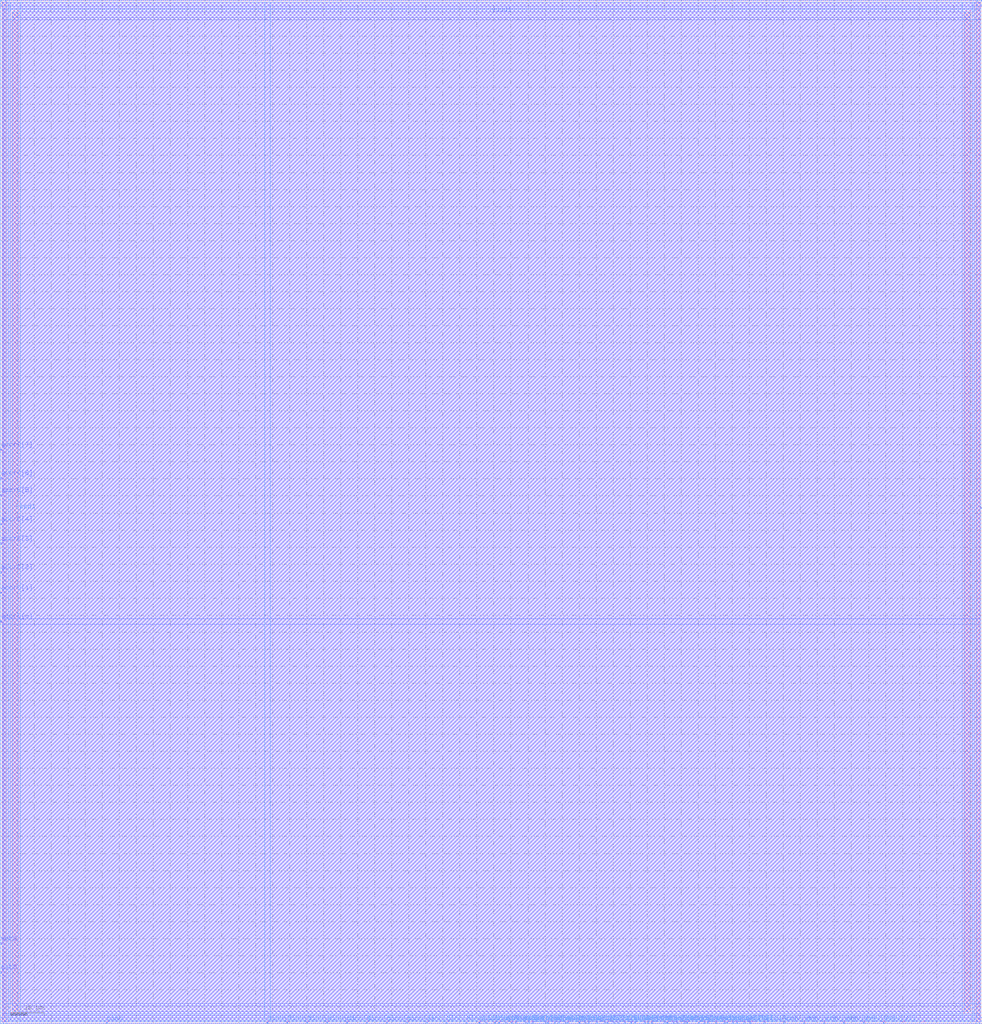
<source format=lef>
VERSION 5.4 ;
NAMESCASESENSITIVE ON ;
BUSBITCHARS "[]" ;
DIVIDERCHAR "/" ;
UNITS
  DATABASE MICRONS 1000 ;
END UNITS
MACRO sky130_sram_0kbytes_1rw_32x128_32
   CLASS BLOCK ;
   SIZE 288.4 BY 300.62 ;
   SYMMETRY X Y R90 ;
   PIN din0[0]
      DIRECTION INPUT ;
      PORT
         LAYER met4 ;
         RECT  78.26 0.0 78.64 0.38 ;
      END
   END din0[0]
   PIN din0[1]
      DIRECTION INPUT ;
      PORT
         LAYER met4 ;
         RECT  84.1 0.0 84.48 0.38 ;
      END
   END din0[1]
   PIN din0[2]
      DIRECTION INPUT ;
      PORT
         LAYER met4 ;
         RECT  89.94 0.0 90.32 0.38 ;
      END
   END din0[2]
   PIN din0[3]
      DIRECTION INPUT ;
      PORT
         LAYER met4 ;
         RECT  95.78 0.0 96.16 0.38 ;
      END
   END din0[3]
   PIN din0[4]
      DIRECTION INPUT ;
      PORT
         LAYER met4 ;
         RECT  101.62 0.0 102.0 0.38 ;
      END
   END din0[4]
   PIN din0[5]
      DIRECTION INPUT ;
      PORT
         LAYER met4 ;
         RECT  107.46 0.0 107.84 0.38 ;
      END
   END din0[5]
   PIN din0[6]
      DIRECTION INPUT ;
      PORT
         LAYER met4 ;
         RECT  113.3 0.0 113.68 0.38 ;
      END
   END din0[6]
   PIN din0[7]
      DIRECTION INPUT ;
      PORT
         LAYER met4 ;
         RECT  119.14 0.0 119.52 0.38 ;
      END
   END din0[7]
   PIN din0[8]
      DIRECTION INPUT ;
      PORT
         LAYER met4 ;
         RECT  124.98 0.0 125.36 0.38 ;
      END
   END din0[8]
   PIN din0[9]
      DIRECTION INPUT ;
      PORT
         LAYER met4 ;
         RECT  130.82 0.0 131.2 0.38 ;
      END
   END din0[9]
   PIN din0[10]
      DIRECTION INPUT ;
      PORT
         LAYER met4 ;
         RECT  136.66 0.0 137.04 0.38 ;
      END
   END din0[10]
   PIN din0[11]
      DIRECTION INPUT ;
      PORT
         LAYER met4 ;
         RECT  142.5 0.0 142.88 0.38 ;
      END
   END din0[11]
   PIN din0[12]
      DIRECTION INPUT ;
      PORT
         LAYER met4 ;
         RECT  148.34 0.0 148.72 0.38 ;
      END
   END din0[12]
   PIN din0[13]
      DIRECTION INPUT ;
      PORT
         LAYER met4 ;
         RECT  154.18 0.0 154.56 0.38 ;
      END
   END din0[13]
   PIN din0[14]
      DIRECTION INPUT ;
      PORT
         LAYER met4 ;
         RECT  160.02 0.0 160.4 0.38 ;
      END
   END din0[14]
   PIN din0[15]
      DIRECTION INPUT ;
      PORT
         LAYER met4 ;
         RECT  165.86 0.0 166.24 0.38 ;
      END
   END din0[15]
   PIN din0[16]
      DIRECTION INPUT ;
      PORT
         LAYER met4 ;
         RECT  171.7 0.0 172.08 0.38 ;
      END
   END din0[16]
   PIN din0[17]
      DIRECTION INPUT ;
      PORT
         LAYER met4 ;
         RECT  177.54 0.0 177.92 0.38 ;
      END
   END din0[17]
   PIN din0[18]
      DIRECTION INPUT ;
      PORT
         LAYER met4 ;
         RECT  183.38 0.0 183.76 0.38 ;
      END
   END din0[18]
   PIN din0[19]
      DIRECTION INPUT ;
      PORT
         LAYER met4 ;
         RECT  189.22 0.0 189.6 0.38 ;
      END
   END din0[19]
   PIN din0[20]
      DIRECTION INPUT ;
      PORT
         LAYER met4 ;
         RECT  195.06 0.0 195.44 0.38 ;
      END
   END din0[20]
   PIN din0[21]
      DIRECTION INPUT ;
      PORT
         LAYER met4 ;
         RECT  200.9 0.0 201.28 0.38 ;
      END
   END din0[21]
   PIN din0[22]
      DIRECTION INPUT ;
      PORT
         LAYER met4 ;
         RECT  206.74 0.0 207.12 0.38 ;
      END
   END din0[22]
   PIN din0[23]
      DIRECTION INPUT ;
      PORT
         LAYER met4 ;
         RECT  212.58 0.0 212.96 0.38 ;
      END
   END din0[23]
   PIN din0[24]
      DIRECTION INPUT ;
      PORT
         LAYER met4 ;
         RECT  218.42 0.0 218.8 0.38 ;
      END
   END din0[24]
   PIN din0[25]
      DIRECTION INPUT ;
      PORT
         LAYER met4 ;
         RECT  224.26 0.0 224.64 0.38 ;
      END
   END din0[25]
   PIN din0[26]
      DIRECTION INPUT ;
      PORT
         LAYER met4 ;
         RECT  230.1 0.0 230.48 0.38 ;
      END
   END din0[26]
   PIN din0[27]
      DIRECTION INPUT ;
      PORT
         LAYER met4 ;
         RECT  235.94 0.0 236.32 0.38 ;
      END
   END din0[27]
   PIN din0[28]
      DIRECTION INPUT ;
      PORT
         LAYER met4 ;
         RECT  241.78 0.0 242.16 0.38 ;
      END
   END din0[28]
   PIN din0[29]
      DIRECTION INPUT ;
      PORT
         LAYER met4 ;
         RECT  247.62 0.0 248.0 0.38 ;
      END
   END din0[29]
   PIN din0[30]
      DIRECTION INPUT ;
      PORT
         LAYER met4 ;
         RECT  253.46 0.0 253.84 0.38 ;
      END
   END din0[30]
   PIN din0[31]
      DIRECTION INPUT ;
      PORT
         LAYER met4 ;
         RECT  259.3 0.0 259.68 0.38 ;
      END
   END din0[31]
   PIN addr0[0]
      DIRECTION INPUT ;
      PORT
         LAYER met3 ;
         RECT  0.0 117.985 0.38 118.365 ;
      END
   END addr0[0]
   PIN addr0[1]
      DIRECTION INPUT ;
      PORT
         LAYER met3 ;
         RECT  0.0 126.385 0.38 126.765 ;
      END
   END addr0[1]
   PIN addr0[2]
      DIRECTION INPUT ;
      PORT
         LAYER met3 ;
         RECT  0.0 132.35 0.38 132.73 ;
      END
   END addr0[2]
   PIN addr0[3]
      DIRECTION INPUT ;
      PORT
         LAYER met3 ;
         RECT  0.0 140.85 0.38 141.23 ;
      END
   END addr0[3]
   PIN addr0[4]
      DIRECTION INPUT ;
      PORT
         LAYER met3 ;
         RECT  0.0 146.49 0.38 146.87 ;
      END
   END addr0[4]
   PIN addr0[5]
      DIRECTION INPUT ;
      PORT
         LAYER met3 ;
         RECT  0.0 154.99 0.38 155.37 ;
      END
   END addr0[5]
   PIN addr0[6]
      DIRECTION INPUT ;
      PORT
         LAYER met3 ;
         RECT  0.0 159.985 0.38 160.365 ;
      END
   END addr0[6]
   PIN addr0[7]
      DIRECTION INPUT ;
      PORT
         LAYER met3 ;
         RECT  0.0 168.385 0.38 168.765 ;
      END
   END addr0[7]
   PIN csb0
      DIRECTION INPUT ;
      PORT
         LAYER met3 ;
         RECT  0.0 14.87 0.38 15.25 ;
      END
   END csb0
   PIN web0
      DIRECTION INPUT ;
      PORT
         LAYER met3 ;
         RECT  0.0 23.37 0.38 23.75 ;
      END
   END web0
   PIN clk0
      DIRECTION INPUT ;
      PORT
         LAYER met4 ;
         RECT  31.1 0.0 31.48 0.38 ;
      END
   END clk0
   PIN dout0[0]
      DIRECTION OUTPUT ;
      PORT
         LAYER met4 ;
         RECT  140.565 0.0 140.945 0.38 ;
      END
   END dout0[0]
   PIN dout0[1]
      DIRECTION OUTPUT ;
      PORT
         LAYER met4 ;
         RECT  145.1 0.0 145.48 0.38 ;
      END
   END dout0[1]
   PIN dout0[2]
      DIRECTION OUTPUT ;
      PORT
         LAYER met4 ;
         RECT  146.25 0.0 146.63 0.38 ;
      END
   END dout0[2]
   PIN dout0[3]
      DIRECTION OUTPUT ;
      PORT
         LAYER met4 ;
         RECT  150.1 0.0 150.48 0.38 ;
      END
   END dout0[3]
   PIN dout0[4]
      DIRECTION OUTPUT ;
      PORT
         LAYER met4 ;
         RECT  151.25 0.0 151.63 0.38 ;
      END
   END dout0[4]
   PIN dout0[5]
      DIRECTION OUTPUT ;
      PORT
         LAYER met4 ;
         RECT  155.1 0.0 155.48 0.38 ;
      END
   END dout0[5]
   PIN dout0[6]
      DIRECTION OUTPUT ;
      PORT
         LAYER met4 ;
         RECT  156.25 0.0 156.63 0.38 ;
      END
   END dout0[6]
   PIN dout0[7]
      DIRECTION OUTPUT ;
      PORT
         LAYER met4 ;
         RECT  160.71 0.0 161.09 0.38 ;
      END
   END dout0[7]
   PIN dout0[8]
      DIRECTION OUTPUT ;
      PORT
         LAYER met4 ;
         RECT  162.63 0.0 163.01 0.38 ;
      END
   END dout0[8]
   PIN dout0[9]
      DIRECTION OUTPUT ;
      PORT
         LAYER met4 ;
         RECT  163.72 0.0 164.1 0.38 ;
      END
   END dout0[9]
   PIN dout0[10]
      DIRECTION OUTPUT ;
      PORT
         LAYER met4 ;
         RECT  166.55 0.0 166.93 0.38 ;
      END
   END dout0[10]
   PIN dout0[11]
      DIRECTION OUTPUT ;
      PORT
         LAYER met4 ;
         RECT  169.895 0.0 170.275 0.38 ;
      END
   END dout0[11]
   PIN dout0[12]
      DIRECTION OUTPUT ;
      PORT
         LAYER met4 ;
         RECT  172.63 0.0 173.01 0.38 ;
      END
   END dout0[12]
   PIN dout0[13]
      DIRECTION OUTPUT ;
      PORT
         LAYER met4 ;
         RECT  175.1 0.0 175.48 0.38 ;
      END
   END dout0[13]
   PIN dout0[14]
      DIRECTION OUTPUT ;
      PORT
         LAYER met4 ;
         RECT  178.23 0.0 178.61 0.38 ;
      END
   END dout0[14]
   PIN dout0[15]
      DIRECTION OUTPUT ;
      PORT
         LAYER met4 ;
         RECT  180.1 0.0 180.48 0.38 ;
      END
   END dout0[15]
   PIN dout0[16]
      DIRECTION OUTPUT ;
      PORT
         LAYER met4 ;
         RECT  181.25 0.0 181.63 0.38 ;
      END
   END dout0[16]
   PIN dout0[17]
      DIRECTION OUTPUT ;
      PORT
         LAYER met4 ;
         RECT  185.1 0.0 185.48 0.38 ;
      END
   END dout0[17]
   PIN dout0[18]
      DIRECTION OUTPUT ;
      PORT
         LAYER met4 ;
         RECT  186.25 0.0 186.63 0.38 ;
      END
   END dout0[18]
   PIN dout0[19]
      DIRECTION OUTPUT ;
      PORT
         LAYER met4 ;
         RECT  190.1 0.0 190.48 0.38 ;
      END
   END dout0[19]
   PIN dout0[20]
      DIRECTION OUTPUT ;
      PORT
         LAYER met4 ;
         RECT  191.25 0.0 191.63 0.38 ;
      END
   END dout0[20]
   PIN dout0[21]
      DIRECTION OUTPUT ;
      PORT
         LAYER met4 ;
         RECT  195.75 0.0 196.13 0.38 ;
      END
   END dout0[21]
   PIN dout0[22]
      DIRECTION OUTPUT ;
      PORT
         LAYER met4 ;
         RECT  197.63 0.0 198.01 0.38 ;
      END
   END dout0[22]
   PIN dout0[23]
      DIRECTION OUTPUT ;
      PORT
         LAYER met4 ;
         RECT  198.72 0.0 199.1 0.38 ;
      END
   END dout0[23]
   PIN dout0[24]
      DIRECTION OUTPUT ;
      PORT
         LAYER met4 ;
         RECT  201.59 0.0 201.97 0.38 ;
      END
   END dout0[24]
   PIN dout0[25]
      DIRECTION OUTPUT ;
      PORT
         LAYER met4 ;
         RECT  204.935 0.0 205.315 0.38 ;
      END
   END dout0[25]
   PIN dout0[26]
      DIRECTION OUTPUT ;
      PORT
         LAYER met4 ;
         RECT  207.63 0.0 208.01 0.38 ;
      END
   END dout0[26]
   PIN dout0[27]
      DIRECTION OUTPUT ;
      PORT
         LAYER met4 ;
         RECT  210.1 0.0 210.48 0.38 ;
      END
   END dout0[27]
   PIN dout0[28]
      DIRECTION OUTPUT ;
      PORT
         LAYER met4 ;
         RECT  213.27 0.0 213.65 0.38 ;
      END
   END dout0[28]
   PIN dout0[29]
      DIRECTION OUTPUT ;
      PORT
         LAYER met4 ;
         RECT  215.1 0.0 215.48 0.38 ;
      END
   END dout0[29]
   PIN dout0[30]
      DIRECTION OUTPUT ;
      PORT
         LAYER met4 ;
         RECT  216.25 0.0 216.63 0.38 ;
      END
   END dout0[30]
   PIN dout0[31]
      DIRECTION OUTPUT ;
      PORT
         LAYER met4 ;
         RECT  220.1 0.0 220.48 0.38 ;
      END
   END dout0[31]
   PIN vccd1
      DIRECTION INOUT ;
      USE POWER ; 
      SHAPE ABUTMENT ; 
      PORT
         LAYER met4 ;
         RECT  0.0 0.0 1.74 300.62 ;
         LAYER met3 ;
         RECT  0.0 0.0 288.4 1.74 ;
         LAYER met3 ;
         RECT  0.0 298.88 288.4 300.62 ;
         LAYER met4 ;
         RECT  286.66 0.0 288.4 300.62 ;
      END
   END vccd1
   PIN vssd1
      DIRECTION INOUT ;
      USE GROUND ; 
      SHAPE ABUTMENT ; 
      PORT
         LAYER met3 ;
         RECT  3.48 3.48 284.92 5.22 ;
         LAYER met4 ;
         RECT  283.18 3.48 284.92 297.14 ;
         LAYER met3 ;
         RECT  3.48 295.4 284.92 297.14 ;
         LAYER met4 ;
         RECT  3.48 3.48 5.22 297.14 ;
      END
   END vssd1
   OBS
   LAYER  met1 ;
      RECT  0.62 0.62 287.78 300.0 ;
   LAYER  met2 ;
      RECT  0.62 0.62 287.78 300.0 ;
   LAYER  met3 ;
      RECT  0.98 117.385 287.78 118.965 ;
      RECT  0.62 118.965 0.98 125.785 ;
      RECT  0.62 127.365 0.98 131.75 ;
      RECT  0.62 133.33 0.98 140.25 ;
      RECT  0.62 141.83 0.98 145.89 ;
      RECT  0.62 147.47 0.98 154.39 ;
      RECT  0.62 155.97 0.98 159.385 ;
      RECT  0.62 160.965 0.98 167.785 ;
      RECT  0.62 15.85 0.98 22.77 ;
      RECT  0.62 24.35 0.98 117.385 ;
      RECT  0.62 2.34 0.98 14.27 ;
      RECT  0.62 169.365 0.98 298.28 ;
      RECT  0.98 2.34 2.88 2.88 ;
      RECT  0.98 2.88 2.88 5.82 ;
      RECT  0.98 5.82 2.88 117.385 ;
      RECT  2.88 2.34 285.52 2.88 ;
      RECT  2.88 5.82 285.52 117.385 ;
      RECT  285.52 2.34 287.78 2.88 ;
      RECT  285.52 2.88 287.78 5.82 ;
      RECT  285.52 5.82 287.78 117.385 ;
      RECT  0.98 118.965 2.88 294.8 ;
      RECT  0.98 294.8 2.88 297.74 ;
      RECT  0.98 297.74 2.88 298.28 ;
      RECT  2.88 118.965 285.52 294.8 ;
      RECT  2.88 297.74 285.52 298.28 ;
      RECT  285.52 118.965 287.78 294.8 ;
      RECT  285.52 294.8 287.78 297.74 ;
      RECT  285.52 297.74 287.78 298.28 ;
   LAYER  met4 ;
      RECT  77.66 0.98 79.24 300.0 ;
      RECT  79.24 0.62 83.5 0.98 ;
      RECT  85.08 0.62 89.34 0.98 ;
      RECT  90.92 0.62 95.18 0.98 ;
      RECT  96.76 0.62 101.02 0.98 ;
      RECT  102.6 0.62 106.86 0.98 ;
      RECT  108.44 0.62 112.7 0.98 ;
      RECT  114.28 0.62 118.54 0.98 ;
      RECT  120.12 0.62 124.38 0.98 ;
      RECT  125.96 0.62 130.22 0.98 ;
      RECT  131.8 0.62 136.06 0.98 ;
      RECT  225.24 0.62 229.5 0.98 ;
      RECT  231.08 0.62 235.34 0.98 ;
      RECT  236.92 0.62 241.18 0.98 ;
      RECT  242.76 0.62 247.02 0.98 ;
      RECT  248.6 0.62 252.86 0.98 ;
      RECT  254.44 0.62 258.7 0.98 ;
      RECT  260.28 0.62 264.54 0.98 ;
      RECT  32.08 0.62 77.66 0.98 ;
      RECT  266.12 0.62 270.38 0.98 ;
      RECT  137.64 0.62 139.965 0.98 ;
      RECT  141.545 0.62 141.9 0.98 ;
      RECT  143.48 0.62 144.5 0.98 ;
      RECT  147.23 0.62 147.74 0.98 ;
      RECT  149.32 0.62 149.5 0.98 ;
      RECT  152.23 0.62 153.58 0.98 ;
      RECT  157.23 0.62 159.42 0.98 ;
      RECT  161.69 0.62 162.03 0.98 ;
      RECT  164.7 0.62 165.26 0.98 ;
      RECT  167.53 0.62 169.295 0.98 ;
      RECT  170.875 0.62 171.1 0.98 ;
      RECT  173.61 0.62 174.5 0.98 ;
      RECT  176.08 0.62 176.94 0.98 ;
      RECT  179.21 0.62 179.5 0.98 ;
      RECT  182.23 0.62 182.78 0.98 ;
      RECT  184.36 0.62 184.5 0.98 ;
      RECT  187.23 0.62 188.62 0.98 ;
      RECT  192.23 0.62 194.46 0.98 ;
      RECT  196.73 0.62 197.03 0.98 ;
      RECT  199.7 0.62 200.3 0.98 ;
      RECT  202.57 0.62 204.335 0.98 ;
      RECT  205.915 0.62 206.14 0.98 ;
      RECT  208.61 0.62 209.5 0.98 ;
      RECT  211.08 0.62 211.98 0.98 ;
      RECT  214.25 0.62 214.5 0.98 ;
      RECT  217.23 0.62 217.82 0.98 ;
      RECT  219.4 0.62 219.5 0.98 ;
      RECT  222.23 0.62 223.66 0.98 ;
      RECT  2.34 0.62 30.5 0.98 ;
      RECT  271.96 0.62 286.06 0.98 ;
      RECT  79.24 0.98 282.58 2.88 ;
      RECT  79.24 2.88 282.58 297.74 ;
      RECT  79.24 297.74 282.58 300.0 ;
      RECT  282.58 0.98 285.52 2.88 ;
      RECT  282.58 297.74 285.52 300.0 ;
      RECT  285.52 0.98 286.06 2.88 ;
      RECT  285.52 2.88 286.06 297.74 ;
      RECT  285.52 297.74 286.06 300.0 ;
      RECT  2.34 0.98 2.88 2.88 ;
      RECT  2.34 2.88 2.88 297.74 ;
      RECT  2.34 297.74 2.88 300.0 ;
      RECT  2.88 0.98 5.82 2.88 ;
      RECT  2.88 297.74 5.82 300.0 ;
      RECT  5.82 0.98 77.66 2.88 ;
      RECT  5.82 2.88 77.66 297.74 ;
      RECT  5.82 297.74 77.66 300.0 ;
   END
END    sky130_sram_0kbytes_1rw_32x128_32
END    LIBRARY
</source>
